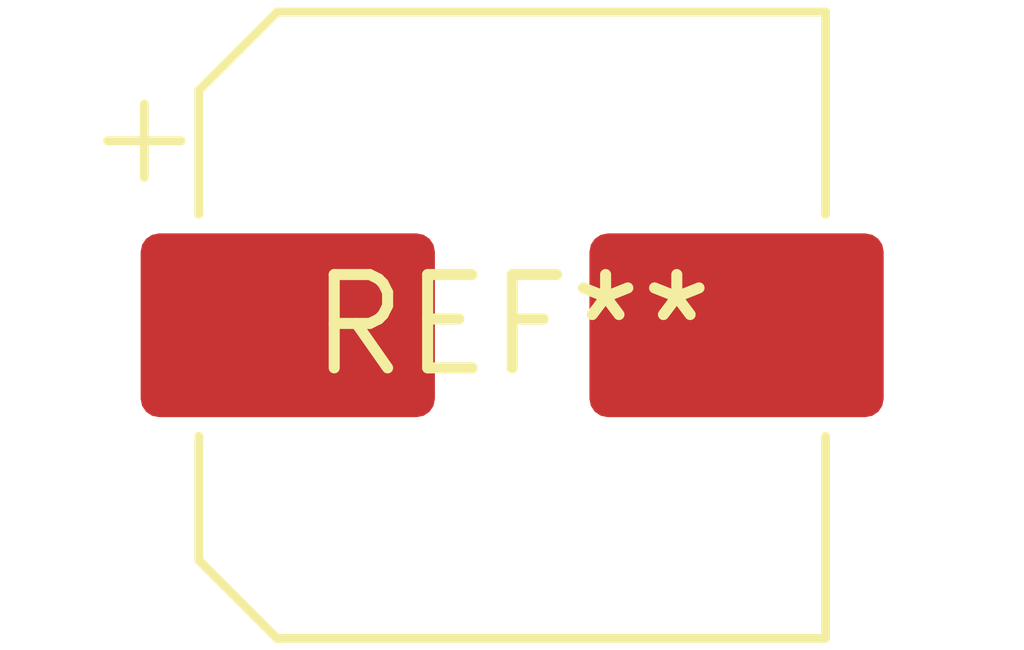
<source format=kicad_pcb>
(kicad_pcb (version 20240108) (generator pcbnew)
  (layers (0 "F.Cu" signal) (31 "B.Cu" signal) (34 "B.Paste" user) (35 "F.Paste" user) (36 "B.SilkS" user "B.Silkscreen") (37 "F.SilkS" user "F.Silkscreen") (38 "B.Mask" user) (39 "F.Mask" user) (44 "Edge.Cuts" user))
  (net 0 "")
  (footprint "CP_Elec_8x6.2" (layer "F.Cu") (at 0 0)
    (property "Reference" "REF**")
    (property "Value" "CP_Elec_8x6.2")
    (fp_line (start -5.5 -2.51) (end -4.5 -2.51) (layer "F.SilkS") (stroke (width 0.12)))
    (fp_line (start -5 -3.01) (end -5 -2.01) (layer "F.SilkS") (stroke (width 0.12)))
    (fp_line (start -4.26 -3.195563) (end -4.26 -1.51) (layer "F.SilkS") (stroke (width 0.12)))
    (fp_line (start -4.26 -3.195563) (end -3.195563 -4.26) (layer "F.SilkS") (stroke (width 0.12)))
    (fp_line (start -4.26 3.195563) (end -4.26 1.51) (layer "F.SilkS") (stroke (width 0.12)))
    (fp_line (start -4.26 3.195563) (end -3.195563 4.26) (layer "F.SilkS") (stroke (width 0.12)))
    (fp_line (start -3.195563 -4.26) (end 4.26 -4.26) (layer "F.SilkS") (stroke (width 0.12)))
    (fp_line (start -3.195563 4.26) (end 4.26 4.26) (layer "F.SilkS") (stroke (width 0.12)))
    (fp_line (start 4.26 -4.26) (end 4.26 -1.51) (layer "F.SilkS") (stroke (width 0.12)))
    (fp_line (start 4.26 4.26) (end 4.26 1.51) (layer "F.SilkS") (stroke (width 0.12)))
    (pad "1" smd roundrect (at -3.05 0) (size 4 2.5) (layers "F.Cu" "F.Paste" "F.Mask") (roundrect_rratio 0.1))
    (pad "2" smd roundrect (at 3.05 0) (size 4 2.5) (layers "F.Cu" "F.Paste" "F.Mask") (roundrect_rratio 0.1))
  )
)
</source>
